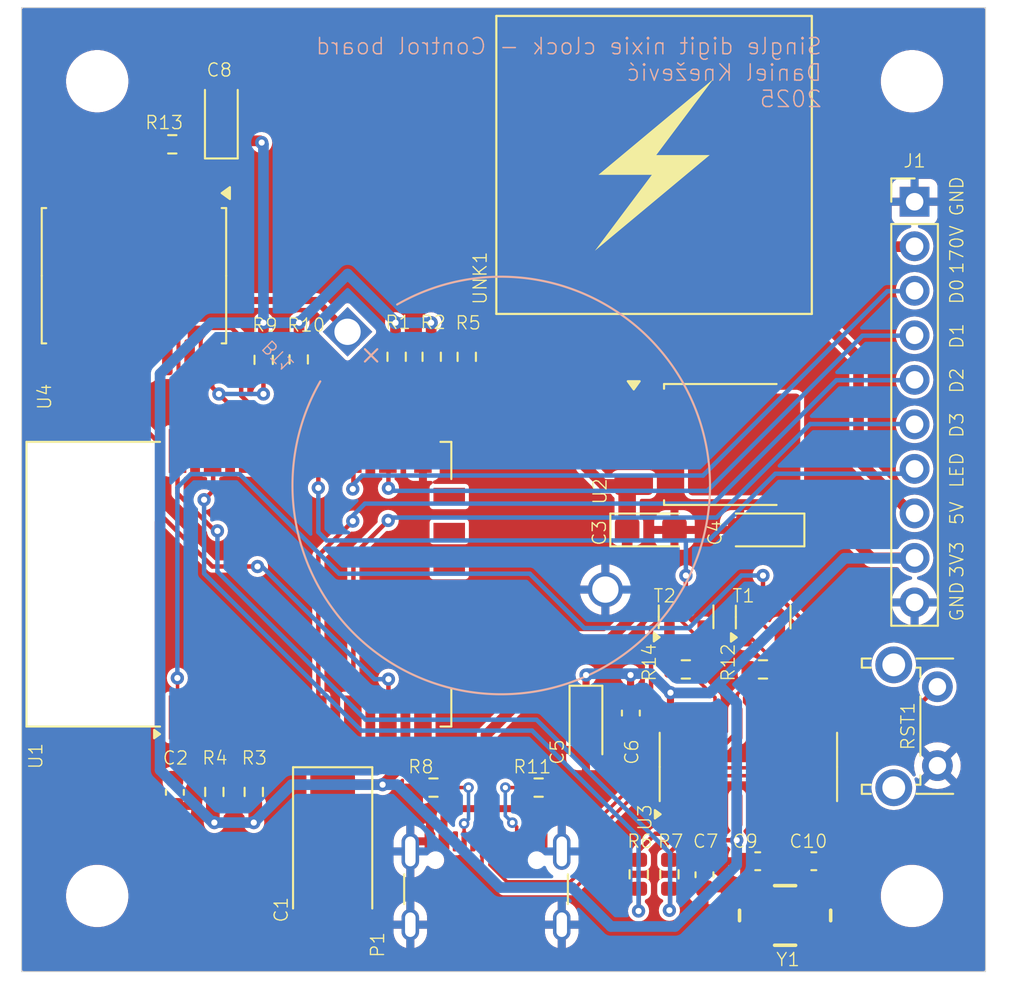
<source format=kicad_pcb>
(kicad_pcb (version 20240108) (generator "pcbnew") (generator_version "8.0")
  (layers (0 "F.Cu" signal) (31 "B.Cu" signal) (34 "B.Paste" user) (35 "F.Paste" user) (36 "B.SilkS" user "B.Silkscreen") (37 "F.SilkS" user "F.Silkscreen") (38 "B.Mask" user) (39 "F.Mask" user) (44 "Edge.Cuts" user))
  (net 0 "")
  (net 1 "GND")
  (net 2 "+5V")
  (net 3 "Net-(BT1-+)")
  (net 4 "/RST")
  (net 5 "/GPIO14")
  (net 6 "/GPIO12")
  (net 7 "/GPIO2")
  (net 8 "/GPIO15")
  (net 9 "/GPIO0")
  (net 10 "Net-(U3-XI)")
  (net 11 "/SCL")
  (net 12 "Net-(U3-XO)")
  (net 13 "/D-")
  (net 14 "/SQW")
  (net 15 "/D+")
  (net 16 "VCC")
  (net 17 "+3V3")
  (net 18 "/SDA")
  (net 19 "Net-(P1-CC)")
  (net 20 "Net-(P1-VCONN)")
  (net 21 "Net-(U3-TXD)")
  (net 22 "Net-(U3-RXD)")
  (net 23 "Net-(T2-E)")
  (net 24 "Net-(T1-B)")
  (net 25 "Net-(T2-B)")
  (net 26 "Net-(T1-E)")
  (net 28 "/TX")
  (net 29 "/RX")
  (net 32 "/EN")
  (footprint "Capacitor_Tantalum_SMD:CP_EIA-3216-10_Kemet-I" (layer "F.Cu") (at 132.4 83.8 90)
    (property "Reference" "C8")
    (property "Value" "1u")
  )
  (footprint "Capacitor_Tantalum_SMD:CP_EIA-3216-10_Kemet-I" (layer "F.Cu") (at 153.2011 118.5036 -90)
    (property "Reference" "C5")
    (property "Value" "10u")
  )
  (footprint "RF_Module:ESP-12E" (layer "F.Cu") (at 133.4 110.4 90)
    (property "Reference" "U1")
    (property "Value" "ESP-12E")
  )
  (footprint "Capacitor_SMD:C_0603_1608Metric" (layer "F.Cu") (at 155.7629 117.7504 -90)
    (property "Reference" "C6")
    (property "Value" "100n")
  )
  (footprint "Resistor_SMD:R_0603_1608Metric" (layer "F.Cu") (at 157.9629 126.9504 -90)
    (property "Reference" "R7")
    (property "Value" "470")
  )
  (footprint "Resistor_SMD:R_0603_1608Metric" (layer "F.Cu") (at 144.5011 122.0036 180)
    (property "Reference" "R8")
    (property "Value" "5k1")
  )
  (footprint "Resistor_SMD:R_0603_1608Metric" (layer "F.Cu") (at 156.2129 126.9504 -90)
    (property "Reference" "R6")
    (property "Value" "470")
  )
  (footprint "Resistor_SMD:R_0603_1608Metric" (layer "F.Cu") (at 142.4 97.425 90)
    (property "Reference" "R1")
    (property "Value" "12k")
  )
  (footprint "controlBoard:CRYSTAL-SMD-5X3.2-4PAD" (layer "F.Cu") (at 164.5629 129.298)
    (property "Reference" "Y1")
    (property "Value" "12MHz")
  )
  (footprint "Resistor_SMD:R_0603_1608Metric" (layer "F.Cu") (at 163.3 115.2606)
    (property "Reference" "R12")
    (property "Value" "12k")
  )
  (footprint "Resistor_SMD:R_0603_1608Metric" (layer "F.Cu") (at 150.5011 122.0036)
    (property "Reference" "R11")
    (property "Value" "5k1")
  )
  (footprint "Package_SO:SOIC-16W_7.5x10.3mm_P1.27mm" (layer "F.Cu") (at 127.414 92.8 -90)
    (property "Reference" "U4")
    (property "Value" "DS3231M")
  )
  (footprint "Connector_USB:USB_C_Receptacle_GCT_USB4105-xx-A_16P_TopMnt_Horizontal" (layer "F.Cu") (at 147.5 128.75)
    (property "Reference" "P1")
    (property "Value" "USB_C_Plug_USB2.0")
  )
  (footprint "MountingHole:MountingHole_3.2mm_M3" (layer "F.Cu") (at 171.8011 81.7036)
    (property "Reference" "H1" (hide yes))
    (property "Value" "MountingHole")
  )
  (footprint "Resistor_SMD:R_0603_1608Metric" (layer "F.Cu") (at 129.6011 85.3036)
    (property "Reference" "R13")
    (property "Value" "4k7")
  )
  (footprint "MountingHole:MountingHole_3.2mm_M3" (layer "F.Cu") (at 125.3191 128.1856)
    (property "Reference" "H3" (hide yes))
    (property "Value" "MountingHole")
  )
  (footprint "Capacitor_SMD:C_0603_1608Metric" (layer "F.Cu") (at 129.75 122.275 -90)
    (property "Reference" "C2")
    (property "Value" "470p")
  )
  (footprint "Package_TO_SOT_SMD:TO-252-3_TabPin2" (layer "F.Cu") (at 160.9661 102.4286)
    (property "Reference" "U2")
    (property "Value" "LM1117DT-3.3")
  )
  (footprint "Button_Switch_THT:SW_Tactile_SPST_Angled_PTS645Vx31-2LFS" (layer "F.Cu") (at 173.2511 116.25 -90)
    (property "Reference" "RST1")
    (property "Value" "SW_Push")
  )
  (footprint "Capacitor_SMD:C_0603_1608Metric" (layer "F.Cu") (at 159.9629 126.9754 90)
    (property "Reference" "C7")
    (property "Value" "100n")
  )
  (footprint "Resistor_SMD:R_0603_1608Metric" (layer "F.Cu") (at 136.814 97.575 90)
    (property "Reference" "R10")
    (property "Value" "4k7")
  )
  (footprint "Connector_PinHeader_2.54mm:PinHeader_1x10_P2.54mm_Vertical" (layer "F.Cu") (at 171.95 88.58)
    (property "Reference" "J1")
    (property "Value" "Conn_01x10_Pin")
  )
  (footprint "Resistor_SMD:R_0603_1608Metric" (layer "F.Cu") (at 146.4 97.4286 90)
    (property "Reference" "R5")
    (property "Value" "12k")
  )
  (footprint "controlBoard:NCH8200HV" (layer "F.Cu") (at 157.1971 86.4896 180)
    (property "Reference" "UNK1")
    (property "Value" "NCH8200HV" (hide yes))
  )
  (footprint "Resistor_SMD:R_0603_1608Metric" (layer "F.Cu") (at 158.9 115.2606 180)
    (property "Reference" "R14")
    (property "Value" "12k")
  )
  (footprint "Resistor_SMD:R_0603_1608Metric" (layer "F.Cu") (at 132 122.25 -90)
    (property "Reference" "R4")
    (property "Value" "12k")
  )
  (footprint "Capacitor_Tantalum_SMD:CP_EIA-3216-10_Kemet-I" (layer "F.Cu") (at 163.3511 107.3036 180)
    (property "Reference" "C4")
    (property "Value" "10u")
  )
  (footprint "Package_SO:SOIC-16_3.9x9.9mm_P1.27mm" (layer "F.Cu") (at 162.4679 120.8254 90)
    (property "Reference" "U3")
    (property "Value" "CH340G")
  )
  (footprint "Capacitor_SMD:C_0603_1608Metric" (layer "F.Cu") (at 163.0011 126.2036 180)
    (property "Reference" "C9")
    (property "Value" "22p")
  )
  (footprint "Resistor_SMD:R_0603_1608Metric" (layer "F.Cu") (at 144.4 97.425 90)
    (property "Reference" "R2")
    (property "Value" "12k")
  )
  (footprint "Capacitor_Tantalum_SMD:CP_EIA-3216-10_Kemet-I" (layer "F.Cu") (at 156.9011 107.3036)
    (property "Reference" "C3")
    (property "Value" "10u")
  )
  (footprint "MountingHole:MountingHole_3.2mm_M3" (layer "F.Cu") (at 125.3191 81.7036)
    (property "Reference" "H2" (hide yes))
    (property "Value" "MountingHole")
  )
  (footprint "Capacitor_SMD:C_0603_1608Metric" (layer "F.Cu") (at 166.2011 126.2036)
    (property "Reference" "C10")
    (property "Value" "22p")
  )
  (footprint "Package_TO_SOT_SMD:SOT-23" (layer "F.Cu") (at 158.9129 112.2606 90)
    (property "Reference" "T2")
    (property "Value" "BC847")
  )
  (footprint "Package_TO_SOT_SMD:SOT-23" (layer "F.Cu") (at 163.3129 112.2735 90)
    (property "Reference" "T1")
    (property "Value" "BC847")
  )
  (footprint "MountingHole:MountingHole_3.2mm_M3" (layer "F.Cu") (at 171.8011 128.1856)
    (property "Reference" "H4" (hide yes))
    (property "Value" "MountingHole")
  )
  (footprint "Resistor_SMD:R_0603_1608Metric" (layer "F.Cu") (at 134.25 122.25 -90)
    (property "Reference" "R3")
    (property "Value" "12k")
  )
  (footprint "Capacitor_Tantalum_SMD:CP_EIA-7343-31_Kemet-D" (layer "F.Cu") (at 138.75 125.25 -90)
    (property "Reference" "C1")
    (property "Value" "100u/16V")
  )
  (footprint "Resistor_SMD:R_0603_1608Metric" (layer "F.Cu") (at 134.814 97.6 90)
    (property "Reference" "R9")
    (property "Value" "4k7")
  )
  (footprint "Battery:BatteryHolder_MYOUNG_BS-07-A1BJ001_CR2032" (layer "B.Cu") (at 139.6 96 -45)
    (property "Reference" "BT1")
    (property "Value" "Battery_Cell")
  )
  (gr_line (start 121.0011 77.5036) (end 121.0011 132.5036) (stroke (width 0.05)) (layer "Edge.Cuts"))
  (gr_line (start 176.0011 132.5036) (end 176.0011 77.5036) (stroke (width 0.05)) (layer "Edge.Cuts"))
  (gr_line (start 176.0011 77.5036) (end 121.0011 77.5036) (stroke (width 0.05)) (layer "Edge.Cuts"))
  (gr_line (start 121.0011 132.5036) (end 176.0011 132.5036) (stroke (width 0.05)) (layer "Edge.Cuts"))
  (gr_text "Single digit nixie clock - Control board\nDaniel Knežević\n2025" (at 166.7211 79.1636 0) (layer "B.SilkS") (effects (font (size 0.93472 0.93472) (thickness 0.08128)) (justify left top mirror)))
  (gr_text "170V" (at 173.9211 89.8716 90) (layer "F.SilkS") (effects (font (size 0.75 0.75) (thickness 0.075)) (justify right top)))
  (gr_text "3V3" (at 173.9211 107.9056 90) (layer "F.SilkS") (effects (font (size 0.75 0.75) (thickness 0.075)) (justify right top)))
  (gr_text "LED" (at 173.9211 102.8256 90) (layer "F.SilkS") (effects (font (size 0.75 0.75) (thickness 0.075)) (justify right top)))
  (gr_text "5V" (at 173.9211 105.6196 90) (layer "F.SilkS") (effects (font (size 0.75 0.75) (thickness 0.075)) (justify right top)))
  (gr_text "D3" (at 173.9211 100.5396 90) (layer "F.SilkS") (effects (font (size 0.75 0.75) (thickness 0.075)) (justify right top)))
  (gr_text "GND" (at 173.9211 87.0776 90) (layer "F.SilkS") (effects (font (size 0.75 0.75) (thickness 0.075)) (justify right top)))
  (gr_text "D2" (at 173.9211 97.9996 90) (layer "F.SilkS") (effects (font (size 0.75 0.75) (thickness 0.075)) (justify right top)))
  (gr_text "D1" (at 173.9211 95.4596 90) (layer "F.SilkS") (effects (font (size 0.75 0.75) (thickness 0.075)) (justify right top)))
  (gr_text "D0" (at 173.9211 92.9196 90) (layer "F.SilkS") (effects (font (size 0.75 0.75) (thickness 0.075)) (justify right top)))
  (gr_text "GND" (at 173.9211 110.1916 90) (layer "F.SilkS") (effects (font (size 0.75 0.75) (thickness 0.075)) (justify right top)))
  (segment (start 146.5531 96.6016) (end 146.6551 96.4996) (width 0.254) (layer "F.Cu") (net 1))
  (segment (start 166.9129 126.1404) (end 166.9761 126.2036) (width 0.2) (layer "F.Cu") (net 1))
  (segment (start 171.8891 106.3816) (end 171.7816 106.3816) (width 0.6096) (layer "F.Cu") (net 2))
  (segment (start 145.1 125.07) (end 145.1 123.6047) (width 0.4) (layer "F.Cu") (net 2))
  (segment (start 168.7511 103.3511) (end 168.7511 97.4536) (width 0.6096) (layer "F.Cu") (net 2))
  (segment (start 149.9 123.6025) (end 149.9 125.07) (width 0.4) (layer "F.Cu") (net 2))
  (segment (start 171.7816 106.3816) (end 168.7511 103.3511) (width 0.6096) (layer "F.Cu") (net 2))
  (segment (start 147.5011 123.0036) (end 147.5011 119.0036) (width 0.6096) (layer "F.Cu") (net 2))
  (segment (start 168.7511 97.4536) (end 166.0421 94.7446) (width 0.6096) (layer "F.Cu") (net 2))
  (segment (start 155.5511 107.3036) (end 155.5511 105.0836) (width 1) (layer "F.Cu") (net 2))
  (segment (start 155.5511 109.0536) (end 155.5511 107.3036) (width 0.6096) (layer "F.Cu") (net 2))
  (segment (start 152.9011 113.6036) (end 154.5011 113.6036) (width 0.6096) (layer "F.Cu") (net 2))
  (segment (start 154.1836 104.7086) (end 155.9261 104.7086) (width 0.6096) (layer "F.Cu") (net 2))
  (segment (start 145.1 123.6047) (end 145.5011 123.2036) (width 0.4) (layer "F.Cu") (net 2))
  (segment (start 156.1011 109.6036) (end 155.5511 109.0536) (width 0.6096) (layer "F.Cu") (net 2))
  (segment (start 153.1272 103.6522) (end 154.1836 104.7086) (width 0.6096) (layer "F.Cu") (net 2))
  (segment (start 154.5011 113.6036) (end 156.1011 112.0036) (width 0.6096) (layer "F.Cu") (net 2))
  (segment (start 156.1011 112.0036) (end 156.1011 109.6036) (width 0.6096) (layer "F.Cu") (net 2))
  (segment (start 149.8651 124.6296) (end 149.7651 124.6296) (width 0.254) (layer "F.Cu") (net 2))
  (segment (start 157.4601 94.7446) (end 153.1272 99.0775) (width 0.6096) (layer "F.Cu") (net 2))
  (segment (start 153.1272 103.6522) (end 153.1272 99.0775) (width 0.6096) (layer "F.Cu") (net 2))
  (segment (start 147.5011 119.0036) (end 152.9011 113.6036) (width 0.6096) (layer "F.Cu") (net 2))
  (segment (start 145.5011 123.2036) (end 149.5011 123.2036) (width 0.4) (layer "F.Cu") (net 2))
  (segment (start 166.0421 94.7446) (end 164.6901 94.7446) (width 0.6096) (layer "F.Cu") (net 2))
  (segment (start 149.5011 123.2036) (end 149.9 123.6025) (width 0.4) (layer "F.Cu") (net 2))
  (segment (start 164.6901 94.7446) (end 157.4601 94.7446) (width 0.6096) (layer "F.Cu") (net 2))
  (segment (start 155.5511 105.0836) (end 155.9261 104.7086) (width 0.2) (layer "F.Cu") (net 2))
  (segment (start 137.8136 94.2136) (end 139.6 96) (width 0.4064) (layer "F.Cu") (net 3))
  (segment (start 130.9911 94.2136) (end 137.8136 94.2136) (width 0.4064) (layer "F.Cu") (net 3))
  (segment (start 129.3401 97.4796) (end 129.3401 95.8646) (width 0.4064) (layer "F.Cu") (net 3))
  (segment (start 140.121887 96.624387) (end 140.121887 96.624388) (width 0.4064) (layer "F.Cu") (net 3))
  (segment (start 129.3401 95.8646) (end 130.9911 94.2136) (width 0.4064) (layer "F.Cu") (net 3))
  (segment (start 129.9 118) (end 129.9 115.7589) (width 0.2) (layer "F.Cu") (net 4))
  (segment (start 163.3011 109.9036) (end 163.3011 110.6071) (width 0.254) (layer "F.Cu") (net 4))
  (segment (start 132 121.425) (end 129.825 121.425) (width 0.2) (layer "F.Cu") (net 4))
  (segment (start 164.439437 111.341937) (end 170.3865 117.289) (width 0.254) (layer "F.Cu") (net 4))
  (segment (start 163.3694 111.336) (end 164.439437 111.336) (width 0.254) (layer "F.Cu") (net 4))
  (segment (start 129.9 118) (end 129.9 121.35) (width 0.2) (layer "F.Cu") (net 4))
  (segment (start 172.2121 117.289) (end 173.2281 116.273) (width 0.254) (layer "F.Cu") (net 4))
  (segment (start 129.9 115.7589) (end 129.8911 115.75) (width 0.2) (layer "F.Cu") (net 4))
  (segment (start 170.3865 117.289) (end 172.2121 117.289) (width 0.254) (layer "F.Cu") (net 4))
  (segment (start 129.9 121.35) (end 129.75 121.5) (width 0.2) (layer "F.Cu") (net 4))
  (segment (start 163.3011 111.2677) (end 163.3694 111.336) (width 0.254) (layer "F.Cu") (net 4))
  (segment (start 129.825 121.425) (end 129.75 121.5) (width 0.2) (layer "F.Cu") (net 4))
  (via (at 163.3011 109.9036) (size 0.7564) (drill 0.35) (layers "F.Cu" "B.Cu") (net 4))
  (via (at 129.8911 115.75) (size 0.7564) (drill 0.35) (layers "F.Cu" "B.Cu") (net 4))
  (segment (start 129.8911 104.8816) (end 129.8911 115.75) (width 0.254) (layer "B.Cu") (net 4))
  (segment (start 153.1011 112.9036) (end 149.9975 109.8) (width 0.254) (layer "B.Cu") (net 4))
  (segment (start 163.3011 109.9036) (end 162.0764 109.9036) (width 0.254) (layer "B.Cu") (net 4))
  (segment (start 139.1275 109.8) (end 133.4471 104.1196) (width 0.254) (layer "B.Cu") (net 4))
  (segment (start 130.6531 104.1196) (end 129.8911 104.8816) (width 0.254) (layer "B.Cu") (net 4))
  (segment (start 162.0764 109.9036) (end 159.0764 112.9036) (width 0.254) (layer "B.Cu") (net 4))
  (segment (start 133.4471 104.1196) (end 130.6531 104.1196) (width 0.254) (layer "B.Cu") (net 4))
  (segment (start 149.9975 109.8) (end 139.1275 109.8) (width 0.254) (layer "B.Cu") (net 4))
  (segment (start 159.0764 112.9036) (end 153.1011 112.9036) (width 0.254) (layer "B.Cu") (net 4))
  (segment (start 137.9331 108.7669) (end 137.9331 118.9596) (width 0.254) (layer "F.Cu") (net 5))
  (segment (start 139.9 106.8) (end 137.9331 108.7669) (width 0.254) (layer "F.Cu") (net 5))
  (via (at 139.9 106.8) (size 0.7564) (drill 0.35) (layers "F.Cu" "B.Cu") (net 5))
  (segment (start 139.9 106.4927) (end 140.5927 105.8) (width 0.254) (layer "B.Cu") (net 5))
  (segment (start 140.5927 105.8) (end 160.45 105.8) (width 0.254) (layer "B.Cu") (net 5))
  (segment (start 167.4884 98.7616) (end 171.8891 98.7616) (width 0.254) (layer "B.Cu") (net 5))
  (segment (start 139.9 106.8) (end 139.9 106.4927) (width 0.254) (layer "B.Cu") (net 5))
  (segment (start 160.45 105.8) (end 167.4884 98.7616) (width 0.254) (layer "B.Cu") (net 5))
  (segment (start 141.91655 106.76215) (end 139.9331 108.7456) (width 0.254) (layer "F.Cu") (net 6))
  (segment (start 139.9331 108.7456) (end 139.9331 118.9596) (width 0.254) (layer "F.Cu") (net 6))
  (via (at 141.91655 106.76215) (size 0.7564) (drill 0.35) (layers "F.Cu" "B.Cu") (net 6))
  (segment (start 165.9884 101.2616) (end 171.8891 101.2616) (width 0.254) (layer "B.Cu") (net 6))
  (segment (start 141.91655 106.76215) (end 142.0831 106.5956) (width 0.254) (layer "B.Cu") (net 6))
  (segment (start 171.8891 101.2616) (end 171.8891 101.3016) (width 0.254) (layer "B.Cu") (net 6))
  (segment (start 142.0831 106.5956) (end 160.6544 106.5956) (width 0.254) (layer "B.Cu") (net 6))
  (segment (start 160.6544 106.5956) (end 165.9884 101.2616) (width 0.254) (layer "B.Cu") (net 6))
  (segment (start 143.3131 99.8416) (end 144.3691 98.7856) (width 0.254) (layer "F.Cu") (net 7))
  (segment (start 144.3691 98.7856) (end 144.3691 98.3016) (width 0.254) (layer "F.Cu") (net 7))
  (segment (start 139.9331 101.3169) (end 141.4084 99.8416) (width 0.254) (layer "F.Cu") (net 7))
  (segment (start 141.4084 99.8416) (end 143.3131 99.8416) (width 0.254) (layer "F.Cu") (net 7))
  (segment (start 139.89855 104.97015) (end 139.9331 104.9356) (width 0.254) (layer "F.Cu") (net 7))
  (segment (start 139.9331 104.9356) (end 139.9331 101.3169) (width 0.254) (layer "F.Cu") (net 7))
  (via (at 139.89855 104.97015) (size 0.7564) (drill 0.35) (layers "F.Cu" "B.Cu") (net 7))
  (segment (start 139.89855 104.97015) (end 139.89855 104.74015) (width 0.254) (layer "B.Cu") (net 7))
  (segment (start 170.3971 93.6816) (end 171.8891 93.6816) (width 0.254) (layer "B.Cu") (net 7))
  (segment (start 139.89855 104.74015) (end 140.4387 104.2) (width 0.254) (layer "B.Cu") (net 7))
  (segment (start 140.4387 104.2) (end 159.8787 104.2) (width 0.254) (layer "B.Cu") (net 7))
  (segment (start 159.8787 104.2) (end 170.3971 93.6816) (width 0.254) (layer "B.Cu") (net 7))
  (segment (start 142.5 100.75) (end 144.4367 100.75) (width 0.254) (layer "F.Cu") (net 8))
  (segment (start 144.4367 100.75) (end 146.4011 98.7856) (width 0.254) (layer "F.Cu") (net 8))
  (segment (start 141.9331 104.9216) (end 141.9331 101.3169) (width 0.254) (layer "F.Cu") (net 8))
  (segment (start 141.9331 101.3169) (end 142.5 100.75) (width 0.254) (layer "F.Cu") (net 8))
  (segment (start 146.4011 98.7856) (end 146.4011 98.3016) (width 0.254) (layer "F.Cu") (net 8))
  (via (at 141.9331 104.9216) (size 0.7564) (drill 0.35) (layers "F.Cu" "B.Cu") (net 8))
  (segment (start 141.9331 104.9216) (end 142.0831 105.0716) (width 0.254) (layer "B.Cu") (net 8))
  (segment (start 160.1284 105.0716) (end 168.9784 96.2216) (width 0.254) (layer "B.Cu") (net 8))
  (segment (start 142.0831 105.0716) (end 160.1284 105.0716) (width 0.254) (layer "B.Cu") (net 8))
  (segment (start 168.9784 96.2216) (end 171.8891 96.2216) (width 0.254) (layer "B.Cu") (net 8))
  (segment (start 137.9331 104.9036) (end 137.9331 101.4419) (width 0.254) (layer "F.Cu") (net 9))
  (segment (start 158.9011 109.9036) (end 158.9011 111.3113) (width 0.254) (layer "F.Cu") (net 9))
  (segment (start 158.9011 110.9317) (end 159.048 111.0786) (width 0.254) (layer "F.Cu") (net 9))
  (segment (start 158.9011 111.3113) (end 158.9129 111.3231) (width 0.254) (layer "F.Cu") (net 9))
  (segment (start 141.0734 98.3016) (end 142.3371 98.3016) (width 0.254) (layer "F.Cu") (net 9))
  (segment (start 137.9331 101.4419) (end 141.0734 98.3016) (width 0.254) (layer "F.Cu") (net 9))
  (via (at 158.9011 109.9036) (size 0.7564) (drill 0.35) (layers "F.Cu" "B.Cu") (net 9))
  (via (at 137.9331 104.9036) (size 0.7564) (drill 0.35) (layers "F.Cu" "B.Cu") (net 9))
  (segment (start 137.9331 104.9036) (end 137.9331 107.4331) (width 0.254) (layer "B.Cu") (net 9))
  (segment (start 164.0091 104.0956) (end 171.6351 104.0956) (width 0.254) (layer "B.Cu") (net 9))
  (segment (start 160.208 107.8967) (end 164.0091 104.0956) (width 0.254) (layer "B.Cu") (net 9))
  (segment (start 158.9011 109.9036) (end 158.9011 107.9036) (width 0.254) (layer "B.Cu") (net 9))
  (segment (start 171.6351 104.0956) (end 171.8891 103.8416) (width 0.254) (layer "B.Cu") (net 9))
  (segment (start 138.4036 107.9036) (end 160.208 107.9036) (width 0.254) (layer "B.Cu") (net 9))
  (segment (start 160.208 107.9036) (end 160.208 107.8967) (width 0.254) (layer "B.Cu") (net 9))
  (segment (start 137.9331 107.4331) (end 138.4036 107.9036) (width 0.254) (layer "B.Cu") (net 9))
  (segment (start 164.5011 129.5036) (end 163.5567 130.448) (width 0.2) (layer "F.Cu") (net 10))
  (segment (start 163.8011 126.2036) (end 163.7761 126.2036) (width 0.2) (layer "F.Cu") (net 10))
  (segment (start 164.5011 126.9286) (end 164.5011 129.5036) (width 0.2) (layer "F.Cu") (net 10))
  (segment (start 163.7761 126.2036) (end 164.5011 126.9286) (width 0.2) (layer "F.Cu") (net 10))
  (segment (start 165.6429 124.3618) (end 163.8011 126.2036) (width 0.2) (layer "F.Cu") (net 10))
  (segment (start 163.5567 130.448) (end 162.7129 130.448) (width 0.2) (layer "F.Cu") (net 10))
  (segment (start 165.6429 123.3004) (end 165.6429 124.3618) (width 0.2) (layer "F.Cu") (net 10))
  (segment (start 133.9331 101.2196) (end 133.9331 102.5596) (width 0.254) (layer "F.Cu") (net 11))
  (segment (start 131.8801 99.1666) (end 132.2611 99.5476) (width 0.254) (layer "F.Cu") (net 11))
  (segment (start 131.8801 97.4796) (end 131.8801 99.1666) (width 0.254) (layer "F.Cu") (net 11))
  (segment (start 134.8011 98.3016) (end 134.8011 99.5476) (width 0.254) (layer "F.Cu") (net 11))
  (segment (start 132.7691 100.0556) (end 133.9331 101.2196) (width 0.254) (layer "F.Cu") (net 11))
  (segment (start 132.2611 99.5476) (end 132.7691 100.0556) (width 0.254) (layer "F.Cu") (net 11))
  (via (at 132.2611 99.5476) (size 0.7564) (drill 0.35) (layers "F.Cu" "B.Cu") (net 11))
  (via (at 134.8011 99.5476) (size 0.7564) (drill 0.35) (layers "F.Cu" "B.Cu") (net 11))
  (segment (start 134.8011 99.5476) (end 132.2611 99.5476) (width 0.254) (layer "B.Cu") (net 11))
  (segment (start 165.4261 126.2036) (end 165.4261 127.1612) (width 0.2) (layer "F.Cu") (net 12))
  (segment (start 166.795 124.091) (end 166.795 123.357) (width 0.254) (layer "F.Cu") (net 12))
  (segment (start 165.4261 127.1612) (end 166.4129 128.148) (width 0.2) (layer "F.Cu") (net 12))
  (segment (start 166.9129 124.7168) (end 165.4261 126.2036) (width 0.2) (layer "F.Cu") (net 12))
  (segment (start 166.9129 123.3004) (end 166.9129 124.7168) (width 0.2) (layer "F.Cu") (net 12))
  (segment (start 153.175 126.5068) (end 152.3068 127.375) (width 0.2) (layer "F.Cu") (net 13))
  (segment (start 147.75 125.932501) (end 147.75 125.07) (width 0.2) (layer "F.Cu") (net 13))
  (segment (start 147.725 125.957501) (end 147.75 125.932501) (width 0.2) (layer "F.Cu") (net 13))
  (segment (start 163.9629 122.2154) (end 163.9629 121.7822) (width 0.2) (layer "F.Cu") (net 13))
  (segment (start 153.175 126.5068) (end 153.175 124.5701) (width 0.2) (layer "F.Cu") (net 13))
  (segment (start 148.6932 127.375) (end 147.725 126.4068) (width 0.2) (layer "F.Cu") (net 13))
  (segment (start 147.725 126.4068) (end 147.725 125.957501) (width 0.2) (layer "F.Cu") (net 13))
  (segment (start 163.9629 121.7822) (end 163.0561 120.8754) (width 0.2) (layer "F.Cu") (net 13))
  (segment (start 163.0561 120.8754) (end 156.8697 120.8754) (width 0.2) (layer "F.Cu") (net 13))
  (segment (start 152.3068 127.375) (end 148.6932 127.375) (width 0.2) (layer "F.Cu") (net 13))
  (segment (start 164.3729 122.6254) (end 163.9629 122.2154) (width 0.2) (layer "F.Cu") (net 13))
  (segment (start 153.175 124.5701) (end 156.8697 120.8754) (width 0.2) (layer "F.Cu") (net 13))
  (segment (start 164.255 123.357) (end 164.255 122.732897) (width 0.254) (layer "F.Cu") (net 13))
  (segment (start 164.3729 123.3004) (end 164.3729 122.6254) (width 0.2) (layer "F.Cu") (net 13))
  (segment (start 128.8011 102.301494) (end 128.8011 106.3036) (width 0.254) (layer "F.Cu") (net 14))
  (segment (start 129.3401 88.2796) (end 129.3401 89.16925) (width 0.254) (layer "F.Cu") (net 14))
  (segment (start 121.8071 96.70225) (end 121.8071 99.1636) (width 0.254) (layer "F.Cu") (net 14))
  (segment (start 122.9931 100.3496) (end 126.849206 100.3496) (width 0.254) (layer "F.Cu") (net 14))
  (segment (start 129.3401 89.16925) (end 121.8071 96.70225) (width 0.254) (layer "F.Cu") (net 14))
  (segment (start 121.8071 99.1636) (end 122.9931 100.3496) (width 0.254) (layer "F.Cu") (net 14))
  (segment (start 129.319 85.8465) (end 129.319 88.15) (width 0.254) (layer "F.Cu") (net 14))
  (segment (start 128.7761 85.3036) (end 129.319 85.8465) (width 0.254) (layer "F.Cu") (net 14))
  (segment (start 128.8011 106.3036) (end 131.8871 109.3896) (width 0.254) (layer "F.Cu") (net 14))
  (segment (start 141.9331 115.8169) (end 141.9331 118.9596) (width 0.254) (layer "F.Cu") (net 14))
  (segment (start 126.849206 100.3496) (end 128.8011 102.301494) (width 0.254) (layer "F.Cu") (net 14))
  (segment (start 131.8871 109.3896) (end 134.4631 109.3896) (width 0.254) (layer "F.Cu") (net 14))
  (via (at 141.9331 115.8169) (size 0.7564) (drill 0.35) (layers "F.Cu" "B.Cu") (net 14))
  (via (at 134.4631 109.3896) (size 0.7564) (drill 0.35) (layers "F.Cu" "B.Cu") (net 14))
  (segment (start 141.1444 115.8169) (end 134.7171 109.3896) (width 0.254) (layer "B.Cu") (net 14))
  (segment (start 141.9331 115.8169) (end 141.1444 115.8169) (width 0.254) (layer "B.Cu") (net 14))
  (segment (start 134.7171 109.3896) (end 134.4631 109.3896) (width 0.254) (layer "B.Cu") (net 14))
  (segment (start 147.275 126.5932) (end 147.275 125.957501) (width 0.2) (layer "F.Cu") (net 15))
  (segment (start 153.625 126.6932) (end 153.625 124.7565) (width 0.2) (layer "F.Cu") (net 15))
  (segment (start 162.8697 121.3254) (end 157.0561 121.3254) (width 0.2) (layer "F.Cu") (net 15))
  (segment (start 163.1029 122.6254) (end 163.5129 122.2154) (width 0.2) (layer "F.Cu") (net 15))
  (segment (start 147.275 125.957501) (end 147.25 125.932501) (width 0.2) (layer "F.Cu") (net 15))
  (segment (start 153.625 126.6932) (end 152.4932 127.825) (width 0.2) (layer "F.Cu") (net 15))
  (segment (start 163.5129 122.2154) (end 163.5129 121.9686) (width 0.2) (layer "F.Cu") (net 15))
  (segment (start 153.625 124.7565) (end 157.0561 121.3254) (width 0.2) (layer "F.Cu") (net 15))
  (segment (start 163.5129 121.9686) (end 162.8697 121.3254) (width 0.2) (layer "F.Cu") (net 15))
  (segment (start 163.1029 123.3004) (end 163.1029 122.6254) (width 0.2) (layer "F.Cu") (net 15))
  (segment (start 147.25 125.932501) (end 147.25 125.07) (width 0.2) (layer "F.Cu") (net 15))
  (segment (start 148.5068 127.825) (end 147.275 126.5932) (width 0.2) (layer "F.Cu") (net 15))
  (segment (start 152.4932 127.825) (end 148.5068 127.825) (width 0.2) (layer "F.Cu") (net 15))
  (segment (start 154.0101 94.7446) (end 157.6131 91.1416) (width 0.6096) (layer "F.Cu") (net 16))
  (segment (start 157.6131 91.1416) (end 171.8891 91.1416) (width 0.6096) (layer "F.Cu") (net 16))
  (segment (start 149.4501 94.7446) (end 154.0101 94.7446) (width 0.6096) (layer "F.Cu") (net 16))
  (segment (start 164.7011 107.3036) (end 164.7011 104.7536) (width 0.6096) (layer "F.Cu") (net 17))
  (segment (start 141.6 121.8356) (end 139.0519 121.8356) (width 0.6096) (layer "F.Cu") (net 17))
  (segment (start 161.8011 125.0036) (end 160.7964 125.0036) (width 0.254) (layer "F.Cu") (net 17))
  (segment (start 164.7011 104.7536) (end 163.9011 103.9536) (width 0.2) (layer "F.Cu") (net 17))
  (segment (start 134.6011 85.1036) (end 132.8171 85.1036) (width 0.6096) (layer "F.Cu") (net 17))
  (segment (start 130.4261 85.3036) (end 130.4261 86.7286) (width 0.4064) (layer "F.Cu") (net 17))
  (segment (start 161.8011 125.0036) (end 161.8329 124.9718) (width 0.254) (layer "F.Cu") (net 17))
  (segment (start 155.746 116.764) (end 155.746 115.582) (width 0.4064) (layer "F.Cu") (net 17))
  (segment (start 142.3371 96.6016) (end 142.3371 95.4836) (width 0.6096) (layer "F.Cu") (net 17))
  (segment (start 161.8329 124.9718) (end 161.8329 123.4749) (width 0.254) (layer "F.Cu") (net 17))
  (segment (start 134.7011 85.2036) (end 134.6011 85.1036) (width 0.6096) (layer "F.Cu") (net 17))
  (segment (start 134.8011 95.4836) (end 134.8011 96.6016) (width 0.6096) (layer "F.Cu") (net 17))
  (segment (start 136.8331 95.4836) (end 136.8331 96.6016) (width 0.6096) (layer "F.Cu") (net 17))
  (segment (start 143.9631 119.4725) (end 143.9631 118.9896) (width 0.6096) (layer "F.Cu") (net 17))
  (segment (start 164.7011 107.3036) (end 167.9036 107.3036) (width 0.6096) (layer "F.Cu") (net 17))
  (segment (start 132.8171 85.1036) (end 132.4311 85.4896) (width 0.6096) (layer "F.Cu") (net 17))
  (segment (start 153.206 115.582) (end 153.206 117.13) (width 0.4064) (layer "F.Cu") (net 17))
  (segment (start 160.064 125.736) (end 160.064 126.162) (width 0.254) (layer "F.Cu") (net 17))
  (segment (start 130.4261 86.7286) (end 130.6101 86.9126) (width 0.4064) (layer "F.Cu") (net 17))
  (segment (start 132.4311 85.1811) (end 132.4311 85.4896) (width 0.4064) (layer "F.Cu") (net 17))
  (segment (start 141.6 121.8356) (end 143.9631 119.4725) (width 0.6096) (layer "F.Cu") (net 17))
  (segment (start 132.2451 85.3036) (end 130.4261 85.3036) (width 0.4064) (layer "F.Cu") (net 17))
  (segment (start 155.9261 102.4286) (end 162.2261 102.4286) (width 1) (layer "F.Cu") (net 17))
  (segment (start 144.3691 96.6016) (end 144.3691 95.4836) (width 0.6096) (layer "F.Cu") (net 17))
  (segment (start 130.6101 86.9126) (end 130.6101 88.2796) (width 0.4064) (layer "F.Cu") (net 17))
  (segment (start 160.7964 125.0036) (end 160.064 125.736) (width 0.254) (layer "F.Cu") (net 17))
  (segment (start 167.9036 107.3036) (end 169.5 108.9) (width 0.6096) (layer "F.Cu") (net 17))
  (segment (start 134.25 124) (end 134.25 123.075) (width 0.6096) (layer "F.Cu") (net 17))
  (segment (start 158.0229 116.5889) (end 158.0229 117.8491) (width 0.4064) (layer "F.Cu") (net 17))
  (segment (start 132 124) (end 132 123.075) (width 0.6096) (layer "F.Cu") (net 17))
  (segment (start 143.9631 118.9896) (end 143.9331 118.9596) (width 0.6096) (layer "F.Cu") (net 17))
  (segment (start 169.5 108.9) (end 171.95 108.9) (width 0.6096) (layer "F.Cu") (net 17))
  (segment (start 139.0519 121.8356) (end 138.75 122.1375) (width 0.6096) (layer "F.Cu") (net 17))
  (via (at 155.746 115.582) (size 0.7564) (drill 0.35) (layers "F.Cu" "B.Cu") (net 17))
  (via (at 136.8331 95.4836) (size 0.7564) (drill 0.35) (layers "F.Cu" "B.Cu") (net 17))
  (via (at 141.6 121.8356) (size 0.7564) (drill 0.35) (layers "F.Cu" "B.Cu") (net 17))
  (via (at 134.25 124) (size 0.7564) (drill 0.35) (layers "F.Cu" "B.Cu") (net 17))
  (via (at 134.7011 85.2036) (size 0.7564) (drill 0.35) (layers "F.Cu" "B.Cu") (net 17))
  (via (at 161.8011 125.0036) (size 0.7564) (drill 0.35) (layers "F.Cu" "B.Cu") (net 17))
  (via (at 142.3371 95.4836) (size 0.7564) (drill 0.35) (layers "F.Cu" "B.Cu") (net 17))
  (via (at 158.0229 116.5889) (size 0.7564) (drill 0.35) (layers "F.Cu" "B.Cu") (net 17))
  (via (at 134.8011 95.4836) (size 0.7564) (drill 0.35) (layers "F.Cu" "B.Cu") (net 17))
  (via (at 132 124) (size 0.7564) (drill 0.35) (layers "F.Cu" "B.Cu") (net 17))
  (via (at 153.206 115.582) (size 0.7564) (drill 0.35) (layers "F.Cu" "B.Cu") (net 17))
  (via (at 144.3691 95.4836) (size 0.7564) (drill 0.35) (layers "F.Cu" "B.Cu") (net 17))
  (segment (start 139.6071 92.7096) (end 136.8331 95.4836) (width 0.6096) (layer "B.Cu") (net 17))
  (segment (start 128.9048 98.3999) (end 131.8211 95.4836) (width 0.6096) (layer "B.Cu") (net 17))
  (segment (start 131.8975 124) (end 128.9048 121.0073) (width 0.6096) (layer "B.Cu") (net 17))
  (segment (start 132 124) (end 134.25 124) (width 0.6096) (layer "B.Cu") (net 17))
  (segment (start 134.8011 85.3036) (end 134.8011 95.4836) (width 0.6096) (layer "B.Cu") (net 17))
  (segment (start 153.2844 115.5036) (end 156.9011 115.5036) (width 0.6096) (layer "B.Cu") (net 17))
  (segment (start 136.8331 95.4836) (end 134.8011 95.4836) (width 0.6096) (layer "B.Cu") (net 17))
  (segment (start 167.9511 108.9216) (end 160.7521 116.1206) (width 0.6096) (layer "B.Cu") (net 17))
  (segment (start 142.3371 95.4396) (end 139.6071 92.7096) (width 0.6096) (layer "B.Cu") (net 17))
  (segment (start 142.4331 121.8356) (end 148.3011 127.7036) (width 0.6096) (layer "B.Cu") (net 17))
  (segment (start 152.4011 127.7036) (end 154.6245 129.927) (width 0.6096) (layer "B.Cu") (net 17))
  (segment (start 158.0011 116.6036) (end 160.2691 116.6036) (width 0.6096) (layer "B.Cu") (net 17))
  (segment (start 132 124) (end 131.8975 124) (width 0.6096) (layer "B.Cu") (net 17))
  (segment (start 148.3011 127.7036) (end 152.4011 127.7036) (width 0.6096) (layer "B.Cu") (net 17))
  (segment (start 141.6 121.8356) (end 142.4331 121.8356) (width 0.6096) (layer "B.Cu") (net 17))
  (segment (start 134.7011 85.2036) (end 134.8011 85.3036) (width 0.6096) (layer "B.Cu") (net 17))
  (segment (start 171.8891 108.9216) (end 167.9511 108.9216) (width 0.6096) (layer "B.Cu") (net 17))
  (segment (start 161.8011 126.413651) (end 161.8011 117.1696) (width 0.6096) (layer "B.Cu") (net 17))
  (segment (start 154.6245 129.927) (end 158.287751 129.927) (width 0.6096) (layer "B.Cu") (net 17))
  (segment (start 158.287751 129.927) (end 161.8011 126.413651) (width 0.6096) (layer "B.Cu") (net 17))
  (segment (start 161.8011 117.1696) (end 160.7521 116.1206) (width 0.6096) (layer "B.Cu") (net 17))
  (segment (start 153.206 115.582) (end 153.2844 115.5036) (width 0.6096) (layer "B.Cu") (net 17))
  (segment (start 144.3691 95.4836) (end 142.3371 95.4836) (width 0.6096) (layer "B.Cu") (net 17))
  (segment (start 128.9048 121.0073) (end 128.9048 98.3999) (width 0.6096) (layer "B.Cu") (net 17))
  (segment (start 136.4144 121.8356) (end 134.25 124) (width 0.6096) (layer "B.Cu") (net 17))
  (segment (start 141.6 121.8356) (end 136.4144 121.8356) (width 0.6096) (layer "B.Cu") (net 17))
  (segment (start 131.8211 95.4836) (end 134.8011 95.4836) (width 0.6096) (layer "B.Cu") (net 17))
  (segment (start 142.3371 95.4836) (end 142.3371 95.4396) (width 0.6096) (layer "B.Cu") (net 17))
  (segment (start 160.2691 116.6036) (end 160.7521 116.1206) (width 0.6096) (layer "B.Cu") (net 17))
  (segment (start 156.9011 115.5036) (end 158.0011 116.6036) (width 0.6096) (layer "B.Cu") (net 17))
  (segment (start 136.8331 98.3016) (end 136.8331 99.4496) (width 0.254) (layer "F.Cu") (net 18))
  (segment (start 135.9331 100.3496) (end 134.2391 100.3496) (width 0.254) (layer "F.Cu") (net 18))
  (segment (start 130.9511 95.7776) (end 130.6101 96.1186) (width 0.254) (layer "F.Cu") (net 18))
  (segment (start 130.6101 96.1186) (end 130.6101 97.4796) (width 0.254) (layer "F.Cu") (net 18))
  (segment (start 134.2391 100.3496) (end 133.5311 99.6416) (width 0.254) (layer "F.Cu") (net 18))
  (segment (start 135.9331 102.5596) (end 135.9331 100.3496) (width 0.254) (layer "F.Cu") (net 18))
  (segment (start 132.9831 95.7776) (end 130.9511 95.7776) (width 0.254) (layer "F.Cu") (net 18))
  (segment (start 133.5311 99.6416) (end 133.5311 96.3256) (width 0.254) (layer "F.Cu") (net 18))
  (segment (start 133.5311 96.3256) (end 132.9831 95.7776) (width 0.254) (layer "F.Cu") (net 18))
  (segment (start 136.8331 99.4496) (end 135.9331 100.3496) (width 0.254) (layer "F.Cu") (net 18))
  (segment (start 146.25 125.07) (end 146.25 124.0547) (width 0.2) (layer "F.Cu") (net 19))
  (segment (start 145.3297 122) (end 145.3261 122.0036) (width 0.2) (layer "F.Cu") (net 19))
  (segment (start 146.5011 122) (end 145.3297 122) (width 0.2) (layer "F.Cu") (net 19))
  (via (at 146.5011 122) (size 0.6) (drill 0.3) (layers "F.Cu" "B.Cu") (net 19))
  (via (at 146.25 124.0547) (size 0.6) (drill 0.3) (layers "F.Cu" "B.Cu") (net 19))
  (segment (start 146.5011 123.8036) (end 146.25 124.0547) (width 0.2) (layer "B.Cu") (net 19))
  (segment (start 146.5011 122) (end 146.5011 123.8036) (width 0.2) (layer "B.Cu") (net 19))
  (segment (start 149.25 125.07) (end 149.25 124.2525) (width 0.2) (layer "F.Cu") (net 20))
  (segment (start 149.25 124.2525) (end 149.0011 124.0036) (width 0.2) (layer "F.Cu") (net 20))
  (segment (start 148.6022 122.0036) (end 149.4797 122.0036) (width 0.2) (layer "F.Cu") (net 20))
  (segment (start 149.4797 122.0036) (end 149.5511 122.075) (width 0.2) (layer "F.Cu") (net 20))
  (via (at 148.6022 122.0036) (size 0.6) (drill 0.3) (layers "F.Cu" "B.Cu") (net 20))
  (via (at 149.0011 124.0036) (size 0.6) (drill 0.3) (layers "F.Cu" "B.Cu") (net 20))
  (segment (start 148.6011 122.0047) (end 148.6011 123.6036) (width 0.2) (layer "B.Cu") (net 20))
  (segment (start 148.6011 123.6036) (end 149.0011 124.0036) (width 0.2) (layer "B.Cu") (net 20))
  (segment (start 148.6022 122.0036) (end 148.6011 122.0047) (width 0.2) (layer "B.Cu") (net 20))
  (segment (start 156.2129 125.5871) (end 156.2129 126.1254) (width 0.254) (layer "F.Cu") (net 21))
  (segment (start 159.2929 123.4749) (end 159.2929 124.3231) (width 0.254) (layer "F.Cu") (net 21))
  (segment (start 158.978 124.638) (end 157.162 124.638) (width 0.254) (layer "F.Cu") (net 21))
  (segment (start 159.2929 124.3231) (end 158.978 124.638) (width 0.254) (layer "F.Cu") (net 21))
  (segment (start 157.162 124.638) (end 156.2129 125.5871) (width 0.254) (layer "F.Cu") (net 21))
  (segment (start 158.032 125.654) (end 158.032 126.162) (width 0.254) (layer "F.Cu") (net 22))
  (segment (start 159.854 125.146) (end 158.54 125.146) (width 0.254) (layer "F.Cu") (net 22))
  (segment (start 158.54 125.146) (end 158.032 125.654) (width 0.254) (layer "F.Cu") (net 22))
  (segment (start 160.5629 124.4371) (end 159.854 125.146) (width 0.254) (layer "F.Cu") (net 22))
  (segment (start 160.5629 123.4749) (end 160.5629 124.4371) (width 0.254) (layer "F.Cu") (net 22))
  (segment (start 159.8629 113.1981) (end 159.340952 113.1981) (width 0.2) (layer "F.Cu") (net 23))
  (segment (start 162.475 116.0297) (end 162.475 115.2606) (width 0.2) (layer "F.Cu") (net 23))
  (segment (start 157.422 120.448) (end 156.914 119.94) (width 0.254) (layer "F.Cu") (net 23))
  (segment (start 161.8329 118.3504) (end 161.8329 116.6718) (width 0.2) (layer "F.Cu") (net 23))
  (segment (start 157.422 120.448) (end 160.216 120.448) (width 0.254) (layer "F.Cu") (net 23))
  (segment (start 158.303452 112.1606) (end 157.6 112.1606) (width 0.2) (layer "F.Cu") (net 23))
  (segment (start 159.340952 113.1981) (end 158.303452 112.1606) (width 0.2) (layer "F.Cu") (net 23))
  (segment (start 160.216 120.448) (end 161.715 118.949) (width 0.254) (layer "F.Cu") (net 23))
  (segment (start 157.6 112.1606) (end 156.92905 112.83155) (width 0.2) (layer "F.Cu") (net 23))
  (segment (start 156.914 112.8466) (end 156.92905 112.83155) (width 0.254) (layer "F.Cu") (net 23))
  (segment (start 156.914 119.94) (end 156.914 112.8466) (width 0.254) (layer "F.Cu") (net 23))
  (segment (start 161.8329 116.6718) (end 162.475 116.0297) (width 0.2) (layer "F.Cu") (net 23))
  (segment (start 164.125 115.2606) (end 164.125 114.9731) (width 0.2) (layer "F.Cu") (net 24))
  (segment (start 164.125 114.9731) (end 162.3629 113.211) (width 0.2) (layer "F.Cu") (net 24))
  (segment (start 158.075 115.2606) (end 158.075 113.3102) (width 0.2) (layer "F.Cu") (net 25))
  (segment (start 158.075 113.3102) (end 157.9629 113.1981) (width 0.2) (layer "F.Cu") (net 25))
  (segment (start 163.809848 113.211) (end 164.2629 113.211) (width 0.2) (layer "F.Cu") (net 26))
  (segment (start 161.7629 113.2227) (end 161.7629 112.3977) (width 0.2) (layer "F.Cu") (net 26))
  (segment (start 162.7129 112.114052) (end 163.809848 113.211) (width 0.2) (layer "F.Cu") (net 26))
  (segment (start 159.725 115.2606) (end 161.7629 113.2227) (width 0.2) (layer "F.Cu") (net 26))
  (segment (start 161.7629 112.3977) (end 162.046548 112.114052) (width 0.2) (layer "F.Cu") (net 26))
  (segment (start 160.5629 118.3504) (end 160.5629 116.8654) (width 0.2) (layer "F.Cu") (net 26))
  (segment (start 160.5629 116.8654) (end 159.725 116.0275) (width 0.2) (layer "F.Cu") (net 26))
  (segment (start 159.725 116.0275) (end 159.725 115.2606) (width 0.2) (layer "F.Cu") (net 26))
  (segment (start 162.046548 112.114052) (end 162.7129 112.114052) (width 0.2) (layer "F.Cu") (net 26))
  (segment (start 158.0011 127.8929) (end 158.032 127.862) (width 0.254) (layer "F.Cu") (net 28))
  (segment (start 158.0011 128.9649) (end 158.0011 127.8929) (width 0.254) (layer "F.Cu") (net 28))
  (segment (start 132.0331 107.3576) (end 132.1771 107.3576) (width 0.254) (layer "F.Cu") (net 28))
  (segment (start 129.9331 102.5596) (end 129.9 102.5927) (width 0.254) (layer "F.Cu") (net 28))
  (segment (start 129.9 102.5927) (end 129.9 105.2245) (width 0.254) (layer "F.Cu") (net 28))
  (segment (start 157.96155 129.00445) (end 158.0011 128.9649) (width 0.254) (layer "F.Cu") (net 28))
  (segment (start 129.9 105.2245) (end 132.0331 107.3576) (width 0.254) (layer "F.Cu") (net 28))
  (via (at 157.96155 129.00445) (size 0.7564) (drill 0.35) (layers "F.Cu" "B.Cu") (net 28))
  (via (at 132.1771 107.3576) (size 0.7564) (drill 0.35) (layers "F.Cu" "B.Cu") (net 28))
  (segment (start 140.6296 118.1296) (end 132.1771 109.6771) (width 0.254) (layer "B.Cu") (net 28))
  (segment (start 150.3796 118.1296) (end 140.6296 118.1296) (width 0.254) (layer "B.Cu") (net 28))
  (segment (start 158.0011 128.9649) (end 158.0011 125.7511) (width 0.254) (layer "B.Cu") (net 28))
  (segment (start 132.1771 109.6771) (end 132.1771 107.3576) (width 0.254) (layer "B.Cu") (net 28))
  (segment (start 158.0011 125.7511) (end 150.3796 118.1296) (width 0.254) (layer "B.Cu") (net 28))
  (segment (start 157.96155 129.00445) (end 158.0011 128.9649) (width 0.254) (layer "B.Cu") (net 28))
  (segment (start 156.2011 129.044) (end 156.2129 129.0322) (width 0.254) (layer "F.Cu") (net 29))
  (segment (start 131.9331 102.5596) (end 131.9331 105.0616) (width 0.254) (layer "F.Cu") (net 29))
  (segment (start 131.9331 105.0616) (end 131.4151 105.5796) (width 0.254) (layer "F.Cu") (net 29))
  (segment (start 156.2129 129.0322) (end 156.2129 128.0749) (width 0.254) (layer "F.Cu") (net 29))
  (via (at 156.2011 129.044) (size 0.7564) (drill 0.35) (layers "F.Cu" "B.Cu") (net 29))
  (via (at 131.4151 105.5796) (size 0.7564) (drill 0.35) (layers "F.Cu" "B.Cu") (net 29))
  (segment (start 140.3775 118.75) (end 131.4151 109.7876) (width 0.254) (layer "B.Cu") (net 29))
  (segment (start 156.2011 124.8261) (end 150.125 118.75) (width 0.254) (layer "B.Cu") (net 29))
  (segment (start 150.125 118.75) (end 140.3775 118.75) (width 0.254) (layer "B.Cu") (net 29))
  (segment (start 156.2011 129.044) (end 156.2011 124.8261) (width 0.254) (layer "B.Cu") (net 29))
  (segment (start 131.4151 109.7876) (end 131.4151 105.5796) (width 0.254) (layer "B.Cu") (net 29))
  (segment (start 133.9 121.075) (end 134.25 121.425) (width 0.2) (layer "F.Cu") (net 32))
  (segment (start 133.9 118) (end 133.9 121.075) (width 0.2) (layer "F.Cu") (net 32))
  (zone (net 1) (net_name "GND") (layers "F&B.Cu") (priority 6) (connect_pads (clearance 0.22)) (min_thickness 0.2) (fill yes (thermal_gap 0.4564) (thermal_bridge_width 0.4564))
    (polygon (pts (xy 176.4023 132.7068) (xy 120.7979 132.7068) (xy 120.7979 77.1024) (xy 176.4023 77.1024)))
  )
)
</source>
